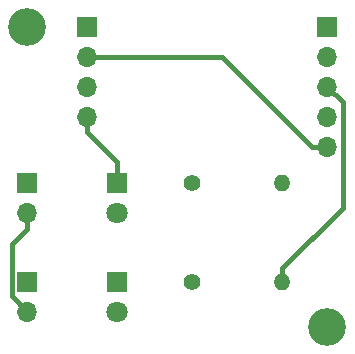
<source format=gbr>
%TF.GenerationSoftware,KiCad,Pcbnew,(6.0.9)*%
%TF.CreationDate,2023-01-03T15:08:54+01:00*%
%TF.ProjectId,AM,414d2e6b-6963-4616-945f-706362585858,rev?*%
%TF.SameCoordinates,Original*%
%TF.FileFunction,Copper,L2,Bot*%
%TF.FilePolarity,Positive*%
%FSLAX46Y46*%
G04 Gerber Fmt 4.6, Leading zero omitted, Abs format (unit mm)*
G04 Created by KiCad (PCBNEW (6.0.9)) date 2023-01-03 15:08:54*
%MOMM*%
%LPD*%
G01*
G04 APERTURE LIST*
%TA.AperFunction,ComponentPad*%
%ADD10C,3.200000*%
%TD*%
%TA.AperFunction,ComponentPad*%
%ADD11R,1.800000X1.800000*%
%TD*%
%TA.AperFunction,ComponentPad*%
%ADD12C,1.800000*%
%TD*%
%TA.AperFunction,ComponentPad*%
%ADD13R,1.700000X1.700000*%
%TD*%
%TA.AperFunction,ComponentPad*%
%ADD14O,1.700000X1.700000*%
%TD*%
%TA.AperFunction,ComponentPad*%
%ADD15C,1.400000*%
%TD*%
%TA.AperFunction,ComponentPad*%
%ADD16O,1.400000X1.400000*%
%TD*%
%TA.AperFunction,Conductor*%
%ADD17C,0.400000*%
%TD*%
G04 APERTURE END LIST*
D10*
%TO.P,H2,*%
%TO.N,*%
X190500000Y-106680000D03*
%TD*%
D11*
%TO.P,D2,1,K*%
%TO.N,Net-(D1-Pad1)*%
X172720000Y-102865000D03*
D12*
%TO.P,D2,2,A*%
%TO.N,Net-(D2-Pad2)*%
X172720000Y-105405000D03*
%TD*%
D13*
%TO.P,J4,1,Pin_1*%
%TO.N,Net-(D1-Pad1)*%
X190500000Y-81285000D03*
D14*
%TO.P,J4,2,Pin_2*%
%TO.N,Net-(J1-Pad1)*%
X190500000Y-83825000D03*
%TO.P,J4,3,Pin_3*%
%TO.N,Net-(J2-Pad1)*%
X190500000Y-86365000D03*
%TO.P,J4,4,Pin_4*%
%TO.N,Net-(J3-Pad3)*%
X190500000Y-88905000D03*
%TO.P,J4,5,Pin_5*%
%TO.N,Net-(J3-Pad2)*%
X190500000Y-91445000D03*
%TD*%
D11*
%TO.P,D1,1,K*%
%TO.N,Net-(D1-Pad1)*%
X172720000Y-94530000D03*
D12*
%TO.P,D1,2,A*%
%TO.N,Net-(D1-Pad2)*%
X172720000Y-97070000D03*
%TD*%
D10*
%TO.P,H1,*%
%TO.N,*%
X165100000Y-81280000D03*
%TD*%
D13*
%TO.P,Sensor,1,Pin_1*%
%TO.N,unconnected-(J3-Pad1)*%
X170180000Y-81280000D03*
D14*
%TO.P,Sensor,2,Pin_2*%
%TO.N,Net-(J3-Pad2)*%
X170180000Y-83820000D03*
%TO.P,Sensor,3,Pin_3*%
%TO.N,Net-(J3-Pad3)*%
X170180000Y-86360000D03*
%TO.P,Sensor,4,Pin_4*%
%TO.N,Net-(D1-Pad1)*%
X170180000Y-88900000D03*
%TD*%
D13*
%TO.P,S1,1,Pin_1*%
%TO.N,Net-(J1-Pad1)*%
X165100000Y-94530000D03*
D14*
%TO.P,S1,2,Pin_2*%
%TO.N,Net-(D1-Pad1)*%
X165100000Y-97070000D03*
%TD*%
D15*
%TO.P,R2,1*%
%TO.N,Net-(D2-Pad2)*%
X179070000Y-102865000D03*
D16*
%TO.P,R2,2*%
%TO.N,Net-(J2-Pad1)*%
X186690000Y-102865000D03*
%TD*%
D13*
%TO.P,S2,1,Pin_1*%
%TO.N,Net-(J2-Pad1)*%
X165100000Y-102865000D03*
D14*
%TO.P,S2,2,Pin_2*%
%TO.N,Net-(D1-Pad1)*%
X165100000Y-105405000D03*
%TD*%
D15*
%TO.P,R1,1*%
%TO.N,Net-(D1-Pad2)*%
X179070000Y-94530000D03*
D16*
%TO.P,R1,2*%
%TO.N,Net-(J1-Pad1)*%
X186690000Y-94530000D03*
%TD*%
D17*
%TO.N,Net-(D1-Pad1)*%
X165100000Y-97070000D02*
X165100000Y-98370100D01*
X172720000Y-92740100D02*
X172720000Y-94530000D01*
X170180000Y-90200100D02*
X172720000Y-92740100D01*
X165100000Y-98370100D02*
X163799800Y-99670300D01*
X163799800Y-99670300D02*
X163799800Y-104104800D01*
X163799800Y-104104800D02*
X165100000Y-105405000D01*
X170180000Y-88900000D02*
X170180000Y-90200100D01*
%TO.N,Net-(J3-Pad2)*%
X181574900Y-83820000D02*
X189199900Y-91445000D01*
X170180000Y-83820000D02*
X181574900Y-83820000D01*
X190500000Y-91445000D02*
X189199900Y-91445000D01*
%TO.N,Net-(J2-Pad1)*%
X191803000Y-96601900D02*
X191803000Y-87668000D01*
X191803000Y-87668000D02*
X190500000Y-86365000D01*
X186690000Y-101714900D02*
X191803000Y-96601900D01*
X186690000Y-102865000D02*
X186690000Y-101714900D01*
%TD*%
M02*

</source>
